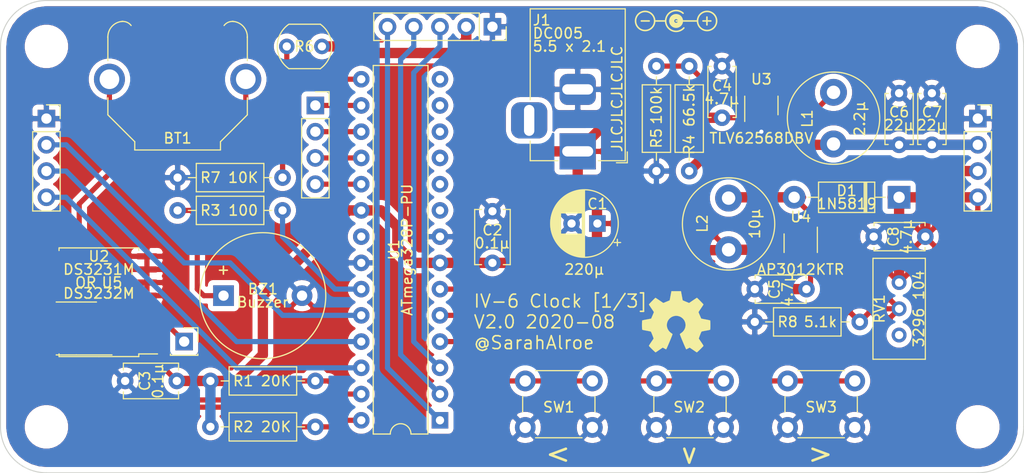
<source format=kicad_pcb>
(kicad_pcb (version 20171130) (host pcbnew 5.1.6)
  (layers (0 F.Cu signal) (31 B.Cu signal) (36 B.SilkS user) (37 F.SilkS user) (38 B.Mask user hide) (39 F.Mask user hide) (44 Edge.Cuts user))
  (net 0 "")
  (net 1 GND)
  (net 2 +5V)
  (net 3 +1V0)
  (net 4 +12V)
  (net 5 "Net-(D1-Pad2)")
  (net 6 TXD)
  (net 7 RXD)
  (net 8 RESET)
  (net 9 SRCLK)
  (net 10 RCLK)
  (net 11 DATA)
  (net 12 "Net-(L1-Pad1)")
  (net 13 SDA)
  (net 14 SCL)
  (net 15 BUZ)
  (net 16 "Net-(R4-Pad2)")
  (net 17 LDR)
  (net 18 "Net-(R8-Pad1)")
  (net 19 "Net-(RV1-Pad3)")
  (net 20 "Net-(SW1-Pad1)")
  (net 21 "Net-(SW2-Pad1)")
  (net 22 "Net-(SW3-Pad1)")
  (net 23 "Net-(U1-Pad21)")
  (net 24 "Net-(U1-Pad9)")
  (net 25 "Net-(U1-Pad10)")
  (net 26 "Net-(U1-Pad11)")
  (net 27 "Net-(U1-Pad12)")
  (net 28 "Net-(U1-Pad13)")
  (net 29 "Net-(U1-Pad14)")
  (net 30 "Net-(U2-Pad1)")
  (net 31 "Net-(U2-Pad4)")
  (net 32 "Net-(BZ1-Pad1)")
  (net 33 VBAT)
  (net 34 "Net-(U5-Pad1)")
  (net 35 "Net-(U5-Pad4)")
  (net 36 "Net-(J5-Pad1)")
  (net 37 "Net-(J5-Pad2)")
  (net 38 "Net-(J5-Pad3)")
  (net 39 "Net-(J5-Pad4)")
  (net 40 INTSQW)
  (module Battery:BatteryHolder_Keystone_3001_1x12mm (layer F.Cu) (at 17.145 7.62 180)
    (fp_text reference BT1 (at 0 -5.715) (layer F.SilkS))
    (fp_text value Battery_Cell)
    (pad 1 thru_hole circle (at -6.6 0 180) (size 3 3) (drill 1.9) (layers *.Cu *.Mask) (net 33 VBAT))
    (pad 1 thru_hole circle (at 6.6 0 180) (size 3 3) (drill 1.9) (layers *.Cu *.Mask) (net 33 VBAT))
    (pad 2 smd circle (at 0 0 180) (size 9 9) (layers F.Cu F.Mask) (net 1 GND))
  )
  (module Symbol:OSHW-Symbol_6.7x6mm_SilkScreen (layer F.Cu) (at 65.405 31.115)
    (fp_text reference REF** hide)
    (fp_text value OSHW-Symbol_6.7x6mm_SilkScreen hide)
  )
  (module Potentiometer_THT:Potentiometer_Bourns_3296W_Vertical (layer F.Cu) (at 86.995 27.305 90)
    (fp_text reference RV1 (at -2.54 -1.905 90) (layer F.SilkS))
    (fp_text value "3296 104" (at -2.54 1.905 90) (layer F.SilkS))
    (pad 1 thru_hole circle (at 0 0 90) (size 1.44 1.44) (drill 0.8) (layers *.Cu *.Mask) (net 4 +12V))
    (pad 2 thru_hole circle (at -2.54 0 90) (size 1.44 1.44) (drill 0.8) (layers *.Cu *.Mask) (net 18 "Net-(R8-Pad1)"))
    (pad 3 thru_hole circle (at -5.08 0 90) (size 1.44 1.44) (drill 0.8) (layers *.Cu *.Mask) (net 19 "Net-(RV1-Pad3)"))
  )
  (module Resistor_THT:R_Axial_DIN0207_L6.3mm_D2.5mm_P10.16mm_Horizontal (layer F.Cu) (at 66.675 16.51 90)
    (fp_text reference R4 (at 2.54 0 270) (layer F.SilkS))
    (fp_text value 66.5k (at 6.35 0 90) (layer F.SilkS))
    (pad 1 thru_hole circle (at 0 0 90) (size 1.6 1.6) (drill 0.8) (layers *.Cu *.Mask) (net 3 +1V0))
    (pad 2 thru_hole oval (at 10.16 0 90) (size 1.6 1.6) (drill 0.8) (layers *.Cu *.Mask) (net 16 "Net-(R4-Pad2)"))
  )
  (module Resistor_THT:R_Axial_DIN0207_L6.3mm_D2.5mm_P10.16mm_Horizontal (layer F.Cu) (at 63.5 6.35 270)
    (fp_text reference R5 (at 6.985 0 270) (layer F.SilkS))
    (fp_text value 100k (at 3.81 0 270) (layer F.SilkS))
    (pad 2 thru_hole oval (at 10.16 0 270) (size 1.6 1.6) (drill 0.8) (layers *.Cu *.Mask) (net 1 GND))
    (pad 1 thru_hole circle (at 0 0 270) (size 1.6 1.6) (drill 0.8) (layers *.Cu *.Mask) (net 16 "Net-(R4-Pad2)"))
  )
  (module Inductor_THT:L_Radial_D8.7mm_P5.00mm_Fastron_07HCP (layer F.Cu) (at 70.485 24.13 90)
    (fp_text reference L2 (at 2.54 -2.54 90) (layer F.SilkS))
    (fp_text value 10µ (at 2.54 2.54 90) (layer F.SilkS))
    (pad 1 thru_hole circle (at 0 0 90) (size 2.6 2.6) (drill 1.3) (layers *.Cu *.Mask) (net 2 +5V))
    (pad 2 thru_hole circle (at 5 0 90) (size 2.6 2.6) (drill 1.3) (layers *.Cu *.Mask) (net 5 "Net-(D1-Pad2)"))
  )
  (module Inductor_THT:L_Radial_D8.7mm_P5.00mm_Fastron_07HCP (layer F.Cu) (at 80.645 8.89 270)
    (fp_text reference L1 (at 2.54 2.54 270) (layer F.SilkS))
    (fp_text value 2.2µ (at 2.54 -2.54 90) (layer F.SilkS))
    (pad 2 thru_hole circle (at 5 0 270) (size 2.6 2.6) (drill 1.3) (layers *.Cu *.Mask) (net 3 +1V0))
    (pad 1 thru_hole circle (at 0 0 270) (size 2.6 2.6) (drill 1.3) (layers *.Cu *.Mask) (net 12 "Net-(L1-Pad1)"))
  )
  (module Symbol:Symbol_Barrel_Polarity (layer F.Cu) (at 65.405 1.905)
    (fp_text reference REF** hide)
    (fp_text value Symbol_Barrel_Polarity)
  )
  (module Buzzer_Beeper:Buzzer_12x9.5RM7.6 (layer F.Cu) (at 21.59 28.575)
    (fp_text reference BZ1 (at 3.81 -0.635) (layer F.SilkS))
    (fp_text value Buzzer (at 3.8 0.635) (layer F.SilkS))
    (fp_text user + (at -0.01 -2.54) (layer F.SilkS))
    (pad 1 thru_hole rect (at 0 0) (size 2 2) (drill 1) (layers *.Cu *.Mask) (net 32 "Net-(BZ1-Pad1)"))
    (pad 2 thru_hole circle (at 7.6 0) (size 2 2) (drill 1) (layers *.Cu *.Mask) (net 1 GND))
  )
  (module Capacitor_THT:C_Disc_D5.1mm_W3.2mm_P5.00mm (layer F.Cu) (at 47.625 25.4 90)
    (fp_text reference C2 (at 3.175 0 180) (layer F.SilkS))
    (fp_text value 0.1µ (at 1.905 0 180) (layer F.SilkS))
    (pad 2 thru_hole circle (at 5 0 90) (size 1.6 1.6) (drill 0.8) (layers *.Cu *.Mask) (net 1 GND))
    (pad 1 thru_hole circle (at 0 0 90) (size 1.6 1.6) (drill 0.8) (layers *.Cu *.Mask) (net 2 +5V))
  )
  (module Capacitor_THT:C_Disc_D4.7mm_W2.5mm_P5.00mm (layer F.Cu) (at 69.85 11.35 90)
    (fp_text reference C4 (at 3.095 0) (layer F.SilkS))
    (fp_text value 4.7µ (at 1.825 0 180) (layer F.SilkS))
    (pad 1 thru_hole circle (at 0 0 90) (size 1.6 1.6) (drill 0.8) (layers *.Cu *.Mask) (net 2 +5V))
    (pad 2 thru_hole circle (at 5 0 90) (size 1.6 1.6) (drill 0.8) (layers *.Cu *.Mask) (net 1 GND))
  )
  (module Capacitor_THT:C_Disc_D4.7mm_W2.5mm_P5.00mm (layer F.Cu) (at 73.025 27.94)
    (fp_text reference C5 (at 1.905 0 90) (layer F.SilkS))
    (fp_text value 4.7µ (at 3.175 0 90) (layer F.SilkS))
    (pad 2 thru_hole circle (at 5 0) (size 1.6 1.6) (drill 0.8) (layers *.Cu *.Mask) (net 2 +5V))
    (pad 1 thru_hole circle (at 0 0) (size 1.6 1.6) (drill 0.8) (layers *.Cu *.Mask) (net 1 GND))
  )
  (module Capacitor_THT:C_Disc_D4.7mm_W2.5mm_P5.00mm (layer F.Cu) (at 86.995 13.97 90)
    (fp_text reference C6 (at 3.175 0) (layer F.SilkS))
    (fp_text value 22µ (at 1.905 0 180) (layer F.SilkS))
    (pad 1 thru_hole circle (at 0 0 90) (size 1.6 1.6) (drill 0.8) (layers *.Cu *.Mask) (net 3 +1V0))
    (pad 2 thru_hole circle (at 5 0 90) (size 1.6 1.6) (drill 0.8) (layers *.Cu *.Mask) (net 1 GND))
  )
  (module Capacitor_THT:C_Disc_D4.7mm_W2.5mm_P5.00mm (layer F.Cu) (at 89.535 22.86 180)
    (fp_text reference C8 (at 3.095 0 90) (layer F.SilkS))
    (fp_text value 4.7µ (at 1.825 0 270) (layer F.SilkS))
    (pad 1 thru_hole circle (at 0 0 180) (size 1.6 1.6) (drill 0.8) (layers *.Cu *.Mask) (net 4 +12V))
    (pad 2 thru_hole circle (at 5 0 180) (size 1.6 1.6) (drill 0.8) (layers *.Cu *.Mask) (net 1 GND))
  )
  (module Capacitor_THT:C_Disc_D5.1mm_W3.2mm_P5.00mm (layer F.Cu) (at 12.065 36.83)
    (fp_text reference C3 (at 1.905 0 90) (layer F.SilkS))
    (fp_text value 0.1µ (at 3.175 0 90) (layer F.SilkS))
    (pad 1 thru_hole circle (at 0 0) (size 1.6 1.6) (drill 0.8) (layers *.Cu *.Mask) (net 1 GND))
    (pad 2 thru_hole circle (at 5 0) (size 1.6 1.6) (drill 0.8) (layers *.Cu *.Mask) (net 2 +5V))
  )
  (module Capacitor_THT:CP_Radial_D6.3mm_P2.50mm (layer F.Cu) (at 57.785 21.59 180)
    (fp_text reference C1 (at 0 1.905) (layer F.SilkS))
    (fp_text value 220µ (at 1.25 -4.445) (layer F.SilkS))
    (pad 1 thru_hole rect (at 0 0 180) (size 1.6 1.6) (drill 0.8) (layers *.Cu *.Mask) (net 2 +5V))
    (pad 2 thru_hole circle (at 2.5 0 180) (size 1.6 1.6) (drill 0.8) (layers *.Cu *.Mask) (net 1 GND))
  )
  (module Capacitor_THT:C_Disc_D4.7mm_W2.5mm_P5.00mm (layer F.Cu) (at 90.17 13.97 90)
    (fp_text reference C7 (at 3.175 0) (layer F.SilkS))
    (fp_text value 22µ (at 1.905 0) (layer F.SilkS))
    (pad 2 thru_hole circle (at 5 0 90) (size 1.6 1.6) (drill 0.8) (layers *.Cu *.Mask) (net 1 GND))
    (pad 1 thru_hole circle (at 0 0 90) (size 1.6 1.6) (drill 0.8) (layers *.Cu *.Mask) (net 3 +1V0))
  )
  (module Diode_THT:D_DO-41_SOD81_P10.16mm_Horizontal (layer F.Cu) (at 86.995 19.05 180)
    (fp_text reference D1 (at 5.08 0.635) (layer F.SilkS))
    (fp_text value 1N5819 (at 5.08 -0.635) (layer F.SilkS))
    (pad 2 thru_hole oval (at 10.16 0 180) (size 2.2 2.2) (drill 1.1) (layers *.Cu *.Mask) (net 5 "Net-(D1-Pad2)"))
    (pad 1 thru_hole rect (at 0 0 180) (size 2.2 2.2) (drill 1.1) (layers *.Cu *.Mask) (net 4 +12V))
  )
  (module Connector_BarrelJack:BarrelJack_Horizontal (layer F.Cu) (at 55.88 14.605 270)
    (fp_text reference J1 (at -12.7 4.445 180) (layer F.SilkS) (effects (justify left)))
    (fp_text value DC005 (at -11.43 4.445 180) (layer F.SilkS) (effects (justify left)))
    (pad 1 thru_hole rect (at 0 0 270) (size 3.5 3.5) (drill oval 1 3) (layers *.Cu *.Mask) (net 2 +5V))
    (pad 2 thru_hole roundrect (at -6 0 270) (size 3 3.5) (drill oval 1 3) (layers *.Cu *.Mask) (net 1 GND))
    (pad 3 thru_hole roundrect (at -3 4.7 270) (size 3.5 3.5) (drill oval 3 1) (layers *.Cu *.Mask))
  )
  (module Connector_PinSocket_2.54mm:PinSocket_1x05_P2.54mm_Vertical (layer F.Cu) (at 47.625 2.54 270)
    (fp_text reference J2 hide)
    (fp_text value Debug)
    (pad 1 thru_hole rect (at 0 0 270) (size 1.7 1.7) (drill 1) (layers *.Cu *.Mask) (net 1 GND))
    (pad 2 thru_hole oval (at 0 2.54 270) (size 1.7 1.7) (drill 1) (layers *.Cu *.Mask) (net 2 +5V))
    (pad 3 thru_hole oval (at 0 5.08 270) (size 1.7 1.7) (drill 1) (layers *.Cu *.Mask) (net 6 TXD))
    (pad 4 thru_hole oval (at 0 7.62 270) (size 1.7 1.7) (drill 1) (layers *.Cu *.Mask) (net 7 RXD))
    (pad 5 thru_hole oval (at 0 10.16 270) (size 1.7 1.7) (drill 1) (layers *.Cu *.Mask) (net 8 RESET))
  )
  (module Connector_PinSocket_2.54mm:PinSocket_1x04_P2.54mm_Vertical (layer F.Cu) (at 4.445 11.43)
    (fp_text reference J3 hide)
    (fp_text value Conn_01x04)
    (pad 1 thru_hole rect (at 0 0) (size 1.7 1.7) (drill 1) (layers *.Cu *.Mask) (net 1 GND))
    (pad 2 thru_hole oval (at 0 2.54) (size 1.7 1.7) (drill 1) (layers *.Cu *.Mask) (net 9 SRCLK))
    (pad 3 thru_hole oval (at 0 5.08) (size 1.7 1.7) (drill 1) (layers *.Cu *.Mask) (net 10 RCLK))
    (pad 4 thru_hole oval (at 0 7.62) (size 1.7 1.7) (drill 1) (layers *.Cu *.Mask) (net 11 DATA))
  )
  (module Connector_PinSocket_2.54mm:PinSocket_1x04_P2.54mm_Vertical (layer F.Cu) (at 94.615 11.43)
    (fp_text reference J4 hide)
    (fp_text value Conn_01x04)
    (pad 4 thru_hole oval (at 0 7.62) (size 1.7 1.7) (drill 1) (layers *.Cu *.Mask) (net 4 +12V))
    (pad 3 thru_hole oval (at 0 5.08) (size 1.7 1.7) (drill 1) (layers *.Cu *.Mask) (net 2 +5V))
    (pad 2 thru_hole oval (at 0 2.54) (size 1.7 1.7) (drill 1) (layers *.Cu *.Mask) (net 3 +1V0))
    (pad 1 thru_hole rect (at 0 0) (size 1.7 1.7) (drill 1) (layers *.Cu *.Mask) (net 1 GND))
  )
  (module Resistor_THT:R_Axial_DIN0207_L6.3mm_D2.5mm_P10.16mm_Horizontal (layer F.Cu) (at 20.32 36.83)
    (fp_text reference R1 (at 3.175 0) (layer F.SilkS))
    (fp_text value 20K (at 6.35 0) (layer F.SilkS))
    (pad 2 thru_hole oval (at 10.16 0) (size 1.6 1.6) (drill 0.8) (layers *.Cu *.Mask) (net 13 SDA))
    (pad 1 thru_hole circle (at 0 0) (size 1.6 1.6) (drill 0.8) (layers *.Cu *.Mask) (net 2 +5V))
  )
  (module Resistor_THT:R_Axial_DIN0207_L6.3mm_D2.5mm_P10.16mm_Horizontal (layer F.Cu) (at 20.32 41.275)
    (fp_text reference R2 (at 3.175 0) (layer F.SilkS))
    (fp_text value 20K (at 6.35 0) (layer F.SilkS))
    (pad 1 thru_hole circle (at 0 0) (size 1.6 1.6) (drill 0.8) (layers *.Cu *.Mask) (net 2 +5V))
    (pad 2 thru_hole oval (at 10.16 0) (size 1.6 1.6) (drill 0.8) (layers *.Cu *.Mask) (net 14 SCL))
  )
  (module Resistor_THT:R_Axial_DIN0207_L6.3mm_D2.5mm_P10.16mm_Horizontal (layer F.Cu) (at 17.145 20.32)
    (fp_text reference R3 (at 3.175 0) (layer F.SilkS))
    (fp_text value 100 (at 6.35 0) (layer F.SilkS))
    (pad 2 thru_hole oval (at 10.16 0) (size 1.6 1.6) (drill 0.8) (layers *.Cu *.Mask) (net 15 BUZ))
    (pad 1 thru_hole circle (at 0 0) (size 1.6 1.6) (drill 0.8) (layers *.Cu *.Mask) (net 32 "Net-(BZ1-Pad1)"))
  )
  (module OptoDevice:R_LDR_5.1x4.3mm_P3.4mm_Vertical (layer F.Cu) (at 31.115 4.445 180)
    (fp_text reference R6 (at 1.7 0) (layer F.SilkS))
    (fp_text value R_PHOTO)
    (pad 1 thru_hole circle (at 0 0 180) (size 1.5 1.5) (drill 0.8) (layers *.Cu *.Mask) (net 2 +5V))
    (pad 2 thru_hole circle (at 3.4 0 180) (size 1.5 1.5) (drill 0.8) (layers *.Cu *.Mask) (net 17 LDR))
  )
  (module Resistor_THT:R_Axial_DIN0207_L6.3mm_D2.5mm_P10.16mm_Horizontal (layer F.Cu) (at 27.305 17.145 180)
    (fp_text reference R7 (at 6.985 0) (layer F.SilkS))
    (fp_text value 10K (at 3.81 0) (layer F.SilkS))
    (pad 1 thru_hole circle (at 0 0 180) (size 1.6 1.6) (drill 0.8) (layers *.Cu *.Mask) (net 17 LDR))
    (pad 2 thru_hole oval (at 10.16 0 180) (size 1.6 1.6) (drill 0.8) (layers *.Cu *.Mask) (net 1 GND))
  )
  (module Resistor_THT:R_Axial_DIN0207_L6.3mm_D2.5mm_P10.16mm_Horizontal (layer F.Cu) (at 83.185 31.115 180)
    (fp_text reference R8 (at 6.985 0) (layer F.SilkS))
    (fp_text value 5.1k (at 3.81 0) (layer F.SilkS))
    (pad 2 thru_hole oval (at 10.16 0 180) (size 1.6 1.6) (drill 0.8) (layers *.Cu *.Mask) (net 1 GND))
    (pad 1 thru_hole circle (at 0 0 180) (size 1.6 1.6) (drill 0.8) (layers *.Cu *.Mask) (net 18 "Net-(R8-Pad1)"))
  )
  (module Button_Switch_THT:SW_PUSH_6mm_H4.3mm (layer F.Cu) (at 50.8 36.83)
    (fp_text reference SW1 (at 3.25 2.54) (layer F.SilkS))
    (fp_text value < (at 3.175 6.985) (layer F.SilkS) (effects (font (size 2 2) (thickness 0.25))))
    (pad 2 thru_hole circle (at 0 4.5 90) (size 2 2) (drill 1.1) (layers *.Cu *.Mask) (net 1 GND))
    (pad 1 thru_hole circle (at 0 0 90) (size 2 2) (drill 1.1) (layers *.Cu *.Mask) (net 20 "Net-(SW1-Pad1)"))
    (pad 2 thru_hole circle (at 6.5 4.5 90) (size 2 2) (drill 1.1) (layers *.Cu *.Mask) (net 1 GND))
    (pad 1 thru_hole circle (at 6.5 0 90) (size 2 2) (drill 1.1) (layers *.Cu *.Mask) (net 20 "Net-(SW1-Pad1)"))
  )
  (module Button_Switch_THT:SW_PUSH_6mm_H4.3mm (layer F.Cu) (at 63.5 36.83)
    (fp_text reference SW2 (at 3.175 2.54) (layer F.SilkS))
    (fp_text value v (at 3.175 6.985) (layer F.SilkS) (effects (font (size 2 2) (thickness 0.25))))
    (pad 2 thru_hole circle (at 0 4.5 90) (size 2 2) (drill 1.1) (layers *.Cu *.Mask) (net 1 GND))
    (pad 1 thru_hole circle (at 0 0 90) (size 2 2) (drill 1.1) (layers *.Cu *.Mask) (net 21 "Net-(SW2-Pad1)"))
    (pad 2 thru_hole circle (at 6.5 4.5 90) (size 2 2) (drill 1.1) (layers *.Cu *.Mask) (net 1 GND))
    (pad 1 thru_hole circle (at 6.5 0 90) (size 2 2) (drill 1.1) (layers *.Cu *.Mask) (net 21 "Net-(SW2-Pad1)"))
  )
  (module Button_Switch_THT:SW_PUSH_6mm_H4.3mm (layer F.Cu) (at 76.2 36.83)
    (fp_text reference SW3 (at 3.25 2.54) (layer F.SilkS))
    (fp_text value > (at 3.175 6.985) (layer F.SilkS) (effects (font (size 2 2) (thickness 0.25))))
    (pad 1 thru_hole circle (at 6.5 0 90) (size 2 2) (drill 1.1) (layers *.Cu *.Mask) (net 22 "Net-(SW3-Pad1)"))
    (pad 2 thru_hole circle (at 6.5 4.5 90) (size 2 2) (drill 1.1) (layers *.Cu *.Mask) (net 1 GND))
    (pad 1 thru_hole circle (at 0 0 90) (size 2 2) (drill 1.1) (layers *.Cu *.Mask) (net 22 "Net-(SW3-Pad1)"))
    (pad 2 thru_hole circle (at 0 4.5 90) (size 2 2) (drill 1.1) (layers *.Cu *.Mask) (net 1 GND))
  )
  (module Package_DIP:DIP-28_W7.62mm (layer F.Cu) (at 42.545 40.64 180)
    (fp_text reference U1 (at 4.445 16.51 90) (layer F.SilkS))
    (fp_text value ATmega328P-PU (at 3.175 16.51 90) (layer F.SilkS))
    (pad 1 thru_hole rect (at 0 0 180) (size 1.6 1.6) (drill 0.8) (layers *.Cu *.Mask) (net 8 RESET))
    (pad 15 thru_hole oval (at 7.62 33.02 180) (size 1.6 1.6) (drill 0.8) (layers *.Cu *.Mask) (net 17 LDR))
    (pad 2 thru_hole oval (at 0 2.54 180) (size 1.6 1.6) (drill 0.8) (layers *.Cu *.Mask) (net 7 RXD))
    (pad 16 thru_hole oval (at 7.62 30.48 180) (size 1.6 1.6) (drill 0.8) (layers *.Cu *.Mask) (net 36 "Net-(J5-Pad1)"))
    (pad 3 thru_hole oval (at 0 5.08 180) (size 1.6 1.6) (drill 0.8) (layers *.Cu *.Mask) (net 6 TXD))
    (pad 17 thru_hole oval (at 7.62 27.94 180) (size 1.6 1.6) (drill 0.8) (layers *.Cu *.Mask) (net 37 "Net-(J5-Pad2)"))
    (pad 4 thru_hole oval (at 0 7.62 180) (size 1.6 1.6) (drill 0.8) (layers *.Cu *.Mask) (net 20 "Net-(SW1-Pad1)"))
    (pad 18 thru_hole oval (at 7.62 25.4 180) (size 1.6 1.6) (drill 0.8) (layers *.Cu *.Mask) (net 38 "Net-(J5-Pad3)"))
    (pad 5 thru_hole oval (at 0 10.16 180) (size 1.6 1.6) (drill 0.8) (layers *.Cu *.Mask) (net 21 "Net-(SW2-Pad1)"))
    (pad 19 thru_hole oval (at 7.62 22.86 180) (size 1.6 1.6) (drill 0.8) (layers *.Cu *.Mask) (net 39 "Net-(J5-Pad4)"))
    (pad 6 thru_hole oval (at 0 12.7 180) (size 1.6 1.6) (drill 0.8) (layers *.Cu *.Mask) (net 22 "Net-(SW3-Pad1)"))
    (pad 20 thru_hole oval (at 7.62 20.32 180) (size 1.6 1.6) (drill 0.8) (layers *.Cu *.Mask) (net 2 +5V))
    (pad 7 thru_hole oval (at 0 15.24 180) (size 1.6 1.6) (drill 0.8) (layers *.Cu *.Mask) (net 2 +5V))
    (pad 21 thru_hole oval (at 7.62 17.78 180) (size 1.6 1.6) (drill 0.8) (layers *.Cu *.Mask) (net 23 "Net-(U1-Pad21)"))
    (pad 8 thru_hole oval (at 0 17.78 180) (size 1.6 1.6) (drill 0.8) (layers *.Cu *.Mask) (net 1 GND))
    (pad 22 thru_hole oval (at 7.62 15.24 180) (size 1.6 1.6) (drill 0.8) (layers *.Cu *.Mask) (net 1 GND))
    (pad 9 thru_hole oval (at 0 20.32 180) (size 1.6 1.6) (drill 0.8) (layers *.Cu *.Mask) (net 24 "Net-(U1-Pad9)"))
    (pad 23 thru_hole oval (at 7.62 12.7 180) (size 1.6 1.6) (drill 0.8) (layers *.Cu *.Mask) (net 15 BUZ))
    (pad 10 thru_hole oval (at 0 22.86 180) (size 1.6 1.6) (drill 0.8) (layers *.Cu *.Mask) (net 25 "Net-(U1-Pad10)"))
    (pad 24 thru_hole oval (at 7.62 10.16 180) (size 1.6 1.6) (drill 0.8) (layers *.Cu *.Mask) (net 9 SRCLK))
    (pad 11 thru_hole oval (at 0 25.4 180) (size 1.6 1.6) (drill 0.8) (layers *.Cu *.Mask) (net 26 "Net-(U1-Pad11)"))
    (pad 25 thru_hole oval (at 7.62 7.62 180) (size 1.6 1.6) (drill 0.8) (layers *.Cu *.Mask) (net 10 RCLK))
    (pad 12 thru_hole oval (at 0 27.94 180) (size 1.6 1.6) (drill 0.8) (layers *.Cu *.Mask) (net 27 "Net-(U1-Pad12)"))
    (pad 26 thru_hole oval (at 7.62 5.08 180) (size 1.6 1.6) (drill 0.8) (layers *.Cu *.Mask) (net 11 DATA))
    (pad 13 thru_hole oval (at 0 30.48 180) (size 1.6 1.6) (drill 0.8) (layers *.Cu *.Mask) (net 28 "Net-(U1-Pad13)"))
    (pad 27 thru_hole oval (at 7.62 2.54 180) (size 1.6 1.6) (drill 0.8) (layers *.Cu *.Mask) (net 13 SDA))
    (pad 14 thru_hole oval (at 0 33.02 180) (size 1.6 1.6) (drill 0.8) (layers *.Cu *.Mask) (net 29 "Net-(U1-Pad14)"))
    (pad 28 thru_hole oval (at 7.62 0 180) (size 1.6 1.6) (drill 0.8) (layers *.Cu *.Mask) (net 14 SCL))
  )
  (module Package_SO:SOIC-16W_7.5x10.3mm_P1.27mm (layer F.Cu) (at 9.525 29.21 180)
    (fp_text reference U2 (at 0 4.445) (layer F.SilkS))
    (fp_text value DS3231M (at 0 3.175) (layer F.SilkS))
    (pad 1 smd roundrect (at -4.65 -4.445 180) (size 2.05 0.6) (layers F.Cu F.Paste F.Mask) (net 30 "Net-(U2-Pad1)"))
    (pad 2 smd roundrect (at -4.65 -3.175 180) (size 2.05 0.6) (layers F.Cu F.Paste F.Mask) (net 2 +5V))
    (pad 3 smd roundrect (at -4.65 -1.905 180) (size 2.05 0.6) (layers F.Cu F.Paste F.Mask) (net 40 INTSQW))
    (pad 4 smd roundrect (at -4.65 -0.635 180) (size 2.05 0.6) (layers F.Cu F.Paste F.Mask) (net 31 "Net-(U2-Pad4)"))
    (pad 5 smd roundrect (at -4.65 0.635 180) (size 2.05 0.6) (layers F.Cu F.Paste F.Mask) (net 1 GND))
    (pad 6 smd roundrect (at -4.65 1.905 180) (size 2.05 0.6) (layers F.Cu F.Paste F.Mask) (net 1 GND))
    (pad 7 smd roundrect (at -4.65 3.175 180) (size 2.05 0.6) (layers F.Cu F.Paste F.Mask) (net 1 GND))
    (pad 8 smd roundrect (at -4.65 4.445 180) (size 2.05 0.6) (layers F.Cu F.Paste F.Mask) (net 1 GND))
    (pad 9 smd roundrect (at 4.65 4.445 180) (size 2.05 0.6) (layers F.Cu F.Paste F.Mask) (net 1 GND))
    (pad 10 smd roundrect (at 4.65 3.175 180) (size 2.05 0.6) (layers F.Cu F.Paste F.Mask) (net 1 GND))
    (pad 11 smd roundrect (at 4.65 1.905 180) (size 2.05 0.6) (layers F.Cu F.Paste F.Mask) (net 1 GND))
    (pad 12 smd roundrect (at 4.65 0.635 180) (size 2.05 0.6) (layers F.Cu F.Paste F.Mask) (net 1 GND))
    (pad 13 smd roundrect (at 4.65 -0.635 180) (size 2.05 0.6) (layers F.Cu F.Paste F.Mask) (net 1 GND))
    (pad 14 smd roundrect (at 4.65 -1.905 180) (size 2.05 0.6) (layers F.Cu F.Paste F.Mask) (net 33 VBAT))
    (pad 15 smd roundrect (at 4.65 -3.175 180) (size 2.05 0.6) (layers F.Cu F.Paste F.Mask) (net 13 SDA))
    (pad 16 smd roundrect (at 4.65 -4.445 180) (size 2.05 0.6) (layers F.Cu F.Paste F.Mask) (net 14 SCL))
  )
  (module Package_TO_SOT_SMD:SOT-23-5 (layer F.Cu) (at 73.66 10.16 90)
    (fp_text reference U3 (at 2.54 0 180) (layer F.SilkS))
    (fp_text value TLV62568DBV (at -3.175 0 180) (layer F.SilkS))
    (pad 5 smd rect (at 1.1 -0.95 90) (size 1.06 0.65) (layers F.Cu F.Paste F.Mask) (net 16 "Net-(R4-Pad2)"))
    (pad 4 smd rect (at 1.1 0.95 90) (size 1.06 0.65) (layers F.Cu F.Paste F.Mask) (net 2 +5V))
    (pad 3 smd rect (at -1.1 0.95 90) (size 1.06 0.65) (layers F.Cu F.Paste F.Mask) (net 12 "Net-(L1-Pad1)"))
    (pad 2 smd rect (at -1.1 0 90) (size 1.06 0.65) (layers F.Cu F.Paste F.Mask) (net 1 GND))
    (pad 1 smd rect (at -1.1 -0.95 90) (size 1.06 0.65) (layers F.Cu F.Paste F.Mask) (net 2 +5V))
  )
  (module Package_TO_SOT_SMD:SOT-23-5 (layer F.Cu) (at 77.47 23.495 270)
    (fp_text reference U4 (at -2.54 0) (layer F.SilkS))
    (fp_text value AP3012KTR (at 2.54 0 180) (layer F.SilkS))
    (pad 1 smd rect (at -1.1 -0.95 270) (size 1.06 0.65) (layers F.Cu F.Paste F.Mask) (net 5 "Net-(D1-Pad2)"))
    (pad 2 smd rect (at -1.1 0 270) (size 1.06 0.65) (layers F.Cu F.Paste F.Mask) (net 1 GND))
    (pad 3 smd rect (at -1.1 0.95 270) (size 1.06 0.65) (layers F.Cu F.Paste F.Mask) (net 18 "Net-(R8-Pad1)"))
    (pad 4 smd rect (at 1.1 0.95 270) (size 1.06 0.65) (layers F.Cu F.Paste F.Mask) (net 2 +5V))
    (pad 5 smd rect (at 1.1 -0.95 270) (size 1.06 0.65) (layers F.Cu F.Paste F.Mask) (net 2 +5V))
  )
  (module MountingHole:MountingHole_3.2mm_M3 (layer F.Cu) (at 4.445 4.445)
    (fp_text reference H1 hide)
    (fp_text value MountingHole)
    (pad 1 np_thru_hole circle (at 0 0) (size 3.2 3.2) (drill 3.2) (layers *.Cu *.Mask))
  )
  (module MountingHole:MountingHole_3.2mm_M3 (layer F.Cu) (at 4.445 41.275)
    (fp_text reference H2 hide)
    (fp_text value MountingHole)
    (pad 1 np_thru_hole circle (at 0 0) (size 3.2 3.2) (drill 3.2) (layers *.Cu *.Mask))
  )
  (module MountingHole:MountingHole_3.2mm_M3 (layer F.Cu) (at 94.615 4.445)
    (fp_text reference H3 hide)
    (fp_text value MountingHole)
    (pad 1 np_thru_hole circle (at 0 0) (size 3.2 3.2) (drill 3.2) (layers *.Cu *.Mask))
  )
  (module MountingHole:MountingHole_3.2mm_M3 (layer F.Cu) (at 94.615 41.275)
    (fp_text reference H4 hide)
    (fp_text value MountingHole)
    (pad 1 np_thru_hole circle (at 0 0) (size 3.2 3.2) (drill 3.2) (layers *.Cu *.Mask))
  )
  (module Package_SO:SOIC-8_3.9x4.9mm_P1.27mm (layer F.Cu) (at 7.3406 31.75 180)
    (fp_text reference U5 (at -3.4544 4.445) (layer F.SilkS))
    (fp_text value DS3232M (at -2.1844 3.4) (layer F.SilkS))
    (pad 1 smd roundrect (at -2.475 -1.905 180) (size 1.95 0.6) (layers F.Cu F.Paste F.Mask) (net 34 "Net-(U5-Pad1)"))
    (pad 2 smd roundrect (at -2.475 -0.635 180) (size 1.95 0.6) (layers F.Cu F.Paste F.Mask) (net 2 +5V))
    (pad 3 smd roundrect (at -2.475 0.635 180) (size 1.95 0.6) (layers F.Cu F.Paste F.Mask) (net 40 INTSQW))
    (pad 4 smd roundrect (at -2.475 1.905 180) (size 1.95 0.6) (layers F.Cu F.Paste F.Mask) (net 35 "Net-(U5-Pad4)"))
    (pad 5 smd roundrect (at 2.475 1.905 180) (size 1.95 0.6) (layers F.Cu F.Paste F.Mask) (net 1 GND))
    (pad 6 smd roundrect (at 2.475 0.635 180) (size 1.95 0.6) (layers F.Cu F.Paste F.Mask) (net 33 VBAT))
    (pad 7 smd roundrect (at 2.475 -0.635 180) (size 1.95 0.6) (layers F.Cu F.Paste F.Mask) (net 13 SDA))
    (pad 8 smd roundrect (at 2.475 -1.905 180) (size 1.95 0.6) (layers F.Cu F.Paste F.Mask) (net 14 SCL))
  )
  (module Connector_PinSocket_2.54mm:PinSocket_1x04_P2.54mm_Vertical (layer F.Cu) (at 30.48 10.16)
    (fp_text reference J5 hide)
    (fp_text value Conn_01x04)
    (pad 1 thru_hole rect (at 0 0) (size 1.7 1.7) (drill 1) (layers *.Cu *.Mask) (net 36 "Net-(J5-Pad1)"))
    (pad 2 thru_hole oval (at 0 2.54) (size 1.7 1.7) (drill 1) (layers *.Cu *.Mask) (net 37 "Net-(J5-Pad2)"))
    (pad 3 thru_hole oval (at 0 5.08) (size 1.7 1.7) (drill 1) (layers *.Cu *.Mask) (net 38 "Net-(J5-Pad3)"))
    (pad 4 thru_hole oval (at 0 7.62) (size 1.7 1.7) (drill 1) (layers *.Cu *.Mask) (net 39 "Net-(J5-Pad4)"))
  )
  (module Connector_PinSocket_2.54mm:PinSocket_1x01_P2.54mm_Vertical (layer F.Cu) (at 17.78 33.02)
    (fp_text reference J6 hide)
    (fp_text value Conn_01x01)
    (pad 1 thru_hole rect (at 0 0) (size 1.7 1.7) (drill 1) (layers *.Cu *.Mask) (net 40 INTSQW))
  )
  (gr_text "5.5 x 2.1" (at 51.435 4.445) (layer F.SilkS) (effects (font (size 1 1)) (justify left)))
  (gr_text OR (at 8.255 27.305) (layer F.SilkS) (effects (font (size 1 1))))
  (gr_text + (at 68.3895 1.905) (layer F.SilkS) (effects (font (size 1 1))))
  (gr_text - (at 62.4205 1.905) (layer F.SilkS) (effects (font (size 1 1))))
  (gr_text JLCJLCJLCJLC (at 59.69 9.525 90) (layer F.SilkS) (effects (font (size 1 1))))
  (gr_text "IV-6 Clock [1/3]\nV2.0 2020-08\n@SarahAlroe" (at 45.72 31.115) (layer F.SilkS) (effects (font (size 1.25 1.25)) (justify left)))
  (gr_arc (start 4.445 41.275) (end 0 41.275) (angle -90) (layer Edge.Cuts) (width 0.1))
  (gr_arc (start 4.445 4.445) (end 4.445 0) (angle -90) (layer Edge.Cuts) (width 0.1))
  (gr_arc (start 94.615 4.445) (end 99.06 4.445) (angle -90) (layer Edge.Cuts) (width 0.1))
  (gr_arc (start 94.615 41.275) (end 94.615 45.72) (angle -90) (layer Edge.Cuts) (width 0.1))
  (gr_line (start 0 41.275) (end 0 4.445) (layer Edge.Cuts) (width 0.1))
  (gr_line (start 94.615 45.72) (end 4.445 45.72) (layer Edge.Cuts) (width 0.1))
  (gr_line (start 99.06 4.445) (end 99.06 41.275) (layer Edge.Cuts) (width 0.1))
  (gr_line (start 4.445 0) (end 94.615 0) (layer Edge.Cuts) (width 0.1))
  (segment (start 77.47 22.395) (end 77.47 21.59) (width 0.5) (layer F.Cu) (net 1))
  (segment (start 73.66 11.26) (end 73.66 12.065) (width 0.5) (layer F.Cu) (net 1))
  (segment (start 77.47 21.59) (end 77.47 20.955) (width 0.5) (layer F.Cu) (net 1))
  (segment (start 77.47 20.955) (end 77.47 20.955) (width 0.5) (layer F.Cu) (net 1))
  (via (at 77.47 20.955) (size 0.8) (drill 0.4) (layers F.Cu B.Cu) (net 1))
  (segment (start 73.66 11.26) (end 73.66 12.7) (width 0.5) (layer F.Cu) (net 1))
  (segment (start 73.66 12.7) (end 73.66 12.7) (width 0.5) (layer F.Cu) (net 1))
  (via (at 73.66 12.7) (size 0.8) (drill 0.4) (layers F.Cu B.Cu) (net 1))
  (segment (start 42.545 25.4) (end 40.005 25.4) (width 1) (layer F.Cu) (net 2))
  (segment (start 34.925 20.32) (end 36.83 20.32) (width 1) (layer F.Cu) (net 2))
  (segment (start 38.4175 21.9075) (end 38.4175 23.8125) (width 1) (layer F.Cu) (net 2))
  (segment (start 36.83 20.32) (end 38.4175 21.9075) (width 1) (layer F.Cu) (net 2))
  (segment (start 40.005 25.4) (end 38.4175 23.8125) (width 1) (layer F.Cu) (net 2))
  (segment (start 20.32 37.465) (end 20.32 41.275) (width 1) (layer B.Cu) (net 2))
  (segment (start 47.625 25.4) (end 56.515 25.4) (width 1) (layer F.Cu) (net 2))
  (segment (start 57.745 24.17) (end 57.745 21.59) (width 1) (layer F.Cu) (net 2))
  (segment (start 56.515 25.4) (end 57.745 24.17) (width 1) (layer F.Cu) (net 2))
  (segment (start 42.545 25.4) (end 47.625 25.4) (width 1) (layer F.Cu) (net 2))
  (segment (start 40.64 5.08) (end 41.91 5.08) (width 1) (layer F.Cu) (net 2))
  (segment (start 33.655 4.445) (end 31.75 4.445) (width 1) (layer F.Cu) (net 2))
  (segment (start 34.29 5.08) (end 33.655 4.445) (width 1) (layer F.Cu) (net 2))
  (segment (start 40.64 5.08) (end 34.29 5.08) (width 1) (layer F.Cu) (net 2))
  (segment (start 20.32 36.83) (end 17.065 36.83) (width 1) (layer F.Cu) (net 2))
  (segment (start 22.86 36.83) (end 20.32 36.83) (width 1) (layer F.Cu) (net 2))
  (segment (start 25.4 34.29) (end 22.86 36.83) (width 1) (layer F.Cu) (net 2))
  (segment (start 45.085 2.54) (end 45.085 5.08) (width 1) (layer F.Cu) (net 2))
  (segment (start 45.085 3.81) (end 43.815 5.08) (width 1) (layer F.Cu) (net 2))
  (segment (start 45.085 2.54) (end 45.085 3.81) (width 1) (layer F.Cu) (net 2))
  (segment (start 43.815 5.08) (end 45.085 5.08) (width 1) (layer F.Cu) (net 2))
  (segment (start 41.91 5.08) (end 43.815 5.08) (width 1) (layer F.Cu) (net 2))
  (segment (start 72.62 11.35) (end 72.71 11.26) (width 0.5) (layer F.Cu) (net 2))
  (segment (start 69.85 11.35) (end 72.62 11.35) (width 0.5) (layer F.Cu) (net 2))
  (segment (start 72.71 11.26) (end 72.71 10.475) (width 0.5) (layer F.Cu) (net 2))
  (segment (start 72.71 10.475) (end 73.025 10.16) (width 0.5) (layer F.Cu) (net 2))
  (segment (start 73.025 10.16) (end 74.295 10.16) (width 0.5) (layer F.Cu) (net 2))
  (segment (start 74.61 9.845) (end 74.295 10.16) (width 0.5) (layer F.Cu) (net 2))
  (segment (start 74.61 9.06) (end 74.61 9.845) (width 0.5) (layer F.Cu) (net 2))
  (segment (start 70.445 24.17) (end 70.485 24.13) (width 1) (layer F.Cu) (net 2))
  (segment (start 76.52 24.595) (end 78.42 24.595) (width 0.5) (layer F.Cu) (net 2))
  (segment (start 78.42 27.545) (end 78.025 27.94) (width 0.5) (layer F.Cu) (net 2))
  (segment (start 78.42 24.595) (end 78.42 27.545) (width 0.5) (layer F.Cu) (net 2))
  (segment (start 78.025 27.94) (end 76.2 27.94) (width 1) (layer F.Cu) (net 2))
  (segment (start 76.2 27.94) (end 72.39 24.13) (width 1) (layer F.Cu) (net 2))
  (segment (start 72.39 24.13) (end 70.485 24.13) (width 1) (layer F.Cu) (net 2))
  (segment (start 69.295 16.51) (end 61.635 24.17) (width 1) (layer F.Cu) (net 2))
  (segment (start 94.615 16.51) (end 69.295 16.51) (width 1) (layer F.Cu) (net 2))
  (segment (start 61.635 24.17) (end 70.445 24.17) (width 1) (layer F.Cu) (net 2))
  (segment (start 57.745 24.17) (end 61.635 24.17) (width 1) (layer F.Cu) (net 2))
  (segment (start 59.135 11.35) (end 55.88 14.605) (width 1) (layer F.Cu) (net 2))
  (segment (start 69.85 11.35) (end 59.135 11.35) (width 1) (layer F.Cu) (net 2))
  (segment (start 55.88 17.225) (end 57.745 19.09) (width 1) (layer F.Cu) (net 2))
  (segment (start 55.88 14.605) (end 55.88 17.225) (width 1) (layer F.Cu) (net 2))
  (segment (start 57.745 19.09) (end 57.745 21.59) (width 1) (layer F.Cu) (net 2))
  (segment (start 45.085 5.08) (end 46.99 6.985) (width 1) (layer F.Cu) (net 2))
  (segment (start 46.99 6.985) (end 46.99 12.7) (width 1) (layer F.Cu) (net 2))
  (segment (start 46.99 12.7) (end 48.895 14.605) (width 1) (layer F.Cu) (net 2))
  (segment (start 55.88 14.605) (end 48.895 14.605) (width 1) (layer F.Cu) (net 2))
  (segment (start 14.175 32.385) (end 9.8156 32.385) (width 0.5) (layer F.Cu) (net 2))
  (segment (start 34.925 20.32) (end 33.655 20.32) (width 1) (layer F.Cu) (net 2))
  (segment (start 33.655 20.32) (end 25.4 28.575) (width 1) (layer F.Cu) (net 2))
  (segment (start 25.4 28.575) (end 25.4 34.29) (width 1) (layer F.Cu) (net 2))
  (segment (start 15.621 32.385) (end 14.175 32.385) (width 0.5) (layer F.Cu) (net 2))
  (segment (start 16.129 32.893) (end 15.621 32.385) (width 0.5) (layer F.Cu) (net 2))
  (segment (start 16.129 35.894) (end 16.129 32.893) (width 0.5) (layer F.Cu) (net 2))
  (segment (start 17.065 36.83) (end 16.129 35.894) (width 0.5) (layer F.Cu) (net 2))
  (segment (start 94.615 13.97) (end 90.17 13.97) (width 1) (layer F.Cu) (net 3))
  (segment (start 90.17 13.97) (end 86.995 13.97) (width 1) (layer F.Cu) (net 3))
  (segment (start 80.725 13.97) (end 80.645 13.89) (width 1) (layer F.Cu) (net 3))
  (segment (start 86.995 13.97) (end 80.725 13.97) (width 1) (layer F.Cu) (net 3))
  (segment (start 80.565 13.97) (end 80.645 13.89) (width 1) (layer F.Cu) (net 3))
  (segment (start 74.295 13.97) (end 80.565 13.97) (width 1) (layer F.Cu) (net 3))
  (segment (start 74.295 13.97) (end 69.85 13.97) (width 1) (layer F.Cu) (net 3))
  (segment (start 69.215 13.97) (end 69.85 13.97) (width 1) (layer F.Cu) (net 3))
  (segment (start 66.675 16.51) (end 69.215 13.97) (width 1) (layer F.Cu) (net 3))
  (segment (start 80.725 13.97) (end 80.645 13.89) (width 1) (layer B.Cu) (net 3))
  (segment (start 94.615 13.97) (end 80.725 13.97) (width 1) (layer B.Cu) (net 3))
  (segment (start 90.17 19.05) (end 94.615 19.05) (width 1) (layer F.Cu) (net 4))
  (segment (start 89.535 22.86) (end 89.535 19.13) (width 1) (layer F.Cu) (net 4))
  (segment (start 88.9 19.05) (end 86.36 19.05) (width 1) (layer F.Cu) (net 4))
  (segment (start 90.17 19.05) (end 88.9 19.05) (width 1) (layer F.Cu) (net 4))
  (segment (start 86.995 19.05) (end 86.995 27.305) (width 1) (layer F.Cu) (net 4))
  (segment (start 77.755634 19.05) (end 76.2 19.05) (width 0.5) (layer F.Cu) (net 5))
  (segment (start 76.12 19.13) (end 76.2 19.05) (width 1) (layer F.Cu) (net 5))
  (segment (start 78.42 20.635) (end 76.835 19.05) (width 0.5) (layer F.Cu) (net 5))
  (segment (start 78.42 22.395) (end 78.42 20.635) (width 0.5) (layer F.Cu) (net 5))
  (segment (start 70.565 19.05) (end 70.485 19.13) (width 0.5) (layer F.Cu) (net 5))
  (segment (start 76.835 19.05) (end 70.565 19.05) (width 1) (layer F.Cu) (net 5))
  (segment (start 42.545 2.54) (end 42.545 4.445) (width 0.5) (layer B.Cu) (net 6))
  (segment (start 40.005 6.985) (end 40.005 33.02) (width 0.5) (layer B.Cu) (net 6))
  (segment (start 40.005 33.02) (end 42.545 35.56) (width 0.5) (layer B.Cu) (net 6))
  (segment (start 42.545 4.445) (end 40.005 6.985) (width 0.5) (layer B.Cu) (net 6))
  (segment (start 40.005 4.445) (end 38.735 5.715) (width 0.5) (layer B.Cu) (net 7))
  (segment (start 40.005 2.54) (end 40.005 4.445) (width 0.5) (layer B.Cu) (net 7))
  (segment (start 38.735 5.715) (end 38.735 34.29) (width 0.5) (layer B.Cu) (net 7))
  (segment (start 38.735 34.29) (end 41.275 36.83) (width 0.5) (layer B.Cu) (net 7))
  (segment (start 41.275 36.83) (end 42.545 38.1) (width 0.5) (layer B.Cu) (net 7))
  (segment (start 37.465 35.56) (end 42.545 40.64) (width 0.5) (layer B.Cu) (net 8))
  (segment (start 37.465 2.54) (end 37.465 35.56) (width 0.5) (layer B.Cu) (net 8))
  (segment (start 6.35 13.97) (end 17.78 25.4) (width 0.5) (layer B.Cu) (net 9))
  (segment (start 27.94 30.48) (end 34.925 30.48) (width 0.5) (layer B.Cu) (net 9))
  (segment (start 17.78 25.4) (end 21.59 25.4) (width 0.5) (layer B.Cu) (net 9))
  (segment (start 6.35 13.97) (end 4.445 13.97) (width 0.5) (layer B.Cu) (net 9))
  (segment (start 21.59 25.4) (end 22.225 25.4) (width 0.5) (layer B.Cu) (net 9))
  (segment (start 22.225 25.4) (end 27.305 30.48) (width 0.5) (layer B.Cu) (net 9))
  (segment (start 27.305 30.48) (end 27.94 30.48) (width 0.5) (layer B.Cu) (net 9))
  (segment (start 6.35 16.51) (end 4.445 16.51) (width 0.5) (layer B.Cu) (net 10))
  (segment (start 22.86 33.02) (end 6.35 16.51) (width 0.5) (layer B.Cu) (net 10))
  (segment (start 34.925 33.02) (end 22.86 33.02) (width 0.5) (layer B.Cu) (net 10))
  (segment (start 22.86 35.56) (end 34.925 35.56) (width 0.5) (layer B.Cu) (net 11))
  (segment (start 6.35 19.05) (end 22.86 35.56) (width 0.5) (layer B.Cu) (net 11))
  (segment (start 6.35 19.05) (end 4.445 19.05) (width 0.5) (layer B.Cu) (net 11))
  (segment (start 78.275 11.26) (end 80.645 8.89) (width 0.5) (layer F.Cu) (net 12))
  (segment (start 74.61 11.26) (end 78.275 11.26) (width 0.5) (layer F.Cu) (net 12))
  (segment (start 34.925 38.1) (end 33.02 38.1) (width 0.5) (layer F.Cu) (net 13))
  (segment (start 33.02 38.1) (end 31.75 36.83) (width 0.5) (layer F.Cu) (net 13))
  (segment (start 31.75 36.83) (end 30.48 36.83) (width 0.5) (layer F.Cu) (net 13))
  (segment (start 28.575 36.83) (end 30.48 36.83) (width 0.5) (layer F.Cu) (net 13))
  (segment (start 26.73501 38.66999) (end 28.575 36.83) (width 0.5) (layer F.Cu) (net 13))
  (segment (start 11.36499 38.66999) (end 26.73501 38.66999) (width 0.5) (layer F.Cu) (net 13))
  (segment (start 7.62 34.925) (end 11.36499 38.66999) (width 0.5) (layer F.Cu) (net 13))
  (segment (start 6.35 32.385) (end 7.62 33.655) (width 0.5) (layer F.Cu) (net 13))
  (segment (start 7.62 33.655) (end 7.62 34.925) (width 0.5) (layer F.Cu) (net 13))
  (segment (start 4.8656 32.385) (end 6.35 32.385) (width 0.5) (layer F.Cu) (net 13))
  (segment (start 32.385 41.275) (end 33.02 40.64) (width 0.5) (layer F.Cu) (net 14))
  (segment (start 30.48 41.275) (end 32.385 41.275) (width 0.5) (layer F.Cu) (net 14))
  (segment (start 34.925 40.64) (end 33.02 40.64) (width 0.5) (layer F.Cu) (net 14))
  (segment (start 28.575 41.275) (end 30.48 41.275) (width 0.5) (layer F.Cu) (net 14))
  (segment (start 26.67 39.37) (end 28.575 41.275) (width 0.5) (layer F.Cu) (net 14))
  (segment (start 6.91999 35.214953) (end 11.075037 39.37) (width 0.5) (layer F.Cu) (net 14))
  (segment (start 6.91999 34.22499) (end 6.91999 35.214953) (width 0.5) (layer F.Cu) (net 14))
  (segment (start 11.075037 39.37) (end 26.67 39.37) (width 0.5) (layer F.Cu) (net 14))
  (segment (start 6.35 33.655) (end 6.91999 34.22499) (width 0.5) (layer F.Cu) (net 14))
  (segment (start 4.875 33.655) (end 6.35 33.655) (width 0.5) (layer F.Cu) (net 14))
  (segment (start 34.925 27.94) (end 32.385 27.94) (width 0.5) (layer B.Cu) (net 15))
  (segment (start 27.305 22.86) (end 27.305 20.32) (width 0.5) (layer B.Cu) (net 15))
  (segment (start 32.385 27.94) (end 27.305 22.86) (width 0.5) (layer B.Cu) (net 15))
  (segment (start 69.385 9.06) (end 66.675 6.35) (width 0.5) (layer F.Cu) (net 16))
  (segment (start 72.71 9.06) (end 69.385 9.06) (width 0.5) (layer F.Cu) (net 16))
  (segment (start 63.5 6.35) (end 66.675 6.35) (width 0.5) (layer F.Cu) (net 16))
  (segment (start 27.305 15.24) (end 27.305 17.145) (width 0.5) (layer F.Cu) (net 17))
  (segment (start 27.305 16.51) (end 27.305 15.24) (width 0.5) (layer F.Cu) (net 17))
  (segment (start 27.305 15.24) (end 27.305 10.824998) (width 0.5) (layer F.Cu) (net 17))
  (segment (start 27.715 4.445) (end 27.715 6.125) (width 0.5) (layer F.Cu) (net 17))
  (segment (start 29.21 7.62) (end 32.385 7.62) (width 0.5) (layer F.Cu) (net 17))
  (segment (start 27.715 6.125) (end 29.21 7.62) (width 0.5) (layer F.Cu) (net 17))
  (segment (start 32.385 7.62) (end 34.925 7.62) (width 0.5) (layer F.Cu) (net 17))
  (segment (start 27.305 9.525) (end 29.21 7.62) (width 0.5) (layer F.Cu) (net 17))
  (segment (start 27.305 10.824998) (end 27.305 9.525) (width 0.5) (layer F.Cu) (net 17))
  (segment (start 76.52 23.110002) (end 76.904998 23.495) (width 0.5) (layer F.Cu) (net 18))
  (segment (start 76.52 22.395) (end 76.52 23.110002) (width 0.5) (layer F.Cu) (net 18))
  (segment (start 76.904998 23.495) (end 79.375 23.495) (width 0.5) (layer F.Cu) (net 18))
  (segment (start 83.185 31.115) (end 85.09 29.21) (width 0.5) (layer F.Cu) (net 18))
  (segment (start 85.09 29.21) (end 85.725 29.845) (width 0.5) (layer F.Cu) (net 18))
  (segment (start 79.375 23.495) (end 85.09 29.21) (width 0.5) (layer F.Cu) (net 18))
  (segment (start 86.995 29.845) (end 85.725 29.845) (width 0.5) (layer F.Cu) (net 18))
  (segment (start 42.545 33.02) (end 44.45 33.02) (width 0.5) (layer F.Cu) (net 20))
  (segment (start 44.45 33.02) (end 48.26 36.83) (width 0.5) (layer F.Cu) (net 20))
  (segment (start 53.34 36.83) (end 48.26 36.83) (width 0.5) (layer F.Cu) (net 20))
  (segment (start 53.34 36.83) (end 57.3 36.83) (width 0.5) (layer F.Cu) (net 20))
  (segment (start 44.45 30.48) (end 48.895 34.925) (width 0.5) (layer F.Cu) (net 21))
  (segment (start 42.545 30.48) (end 44.45 30.48) (width 0.5) (layer F.Cu) (net 21))
  (segment (start 62.865 36.83) (end 64.77 36.83) (width 0.5) (layer F.Cu) (net 21))
  (segment (start 64.77 36.83) (end 70 36.83) (width 0.5) (layer F.Cu) (net 21))
  (segment (start 63.5 36.83) (end 60.96 36.83) (width 0.5) (layer F.Cu) (net 21))
  (segment (start 60.96 36.83) (end 59.055 34.925) (width 0.5) (layer F.Cu) (net 21))
  (segment (start 48.895 34.925) (end 59.055 34.925) (width 0.5) (layer F.Cu) (net 21))
  (segment (start 82.7 36.83) (end 81.28 36.83) (width 0.5) (layer F.Cu) (net 22))
  (segment (start 76.2 36.83) (end 81.28 36.83) (width 0.5) (layer F.Cu) (net 22))
  (segment (start 73.66 36.83) (end 76.2 36.83) (width 0.5) (layer F.Cu) (net 22))
  (segment (start 71.755 34.925) (end 73.66 36.83) (width 0.5) (layer F.Cu) (net 22))
  (segment (start 61.595 34.925) (end 71.755 34.925) (width 0.5) (layer F.Cu) (net 22))
  (segment (start 59.69 33.02) (end 61.595 34.925) (width 0.5) (layer F.Cu) (net 22))
  (segment (start 49.53 33.02) (end 59.69 33.02) (width 0.5) (layer F.Cu) (net 22))
  (segment (start 44.45 27.94) (end 49.53 33.02) (width 0.5) (layer F.Cu) (net 22))
  (segment (start 42.545 27.94) (end 44.45 27.94) (width 0.5) (layer F.Cu) (net 22))
  (segment (start 19.685 28.575) (end 19.05 27.94) (width 0.5) (layer F.Cu) (net 32))
  (segment (start 21.59 28.575) (end 19.685 28.575) (width 0.5) (layer F.Cu) (net 32))
  (segment (start 18.415 20.32) (end 19.05 20.955) (width 0.5) (layer F.Cu) (net 32))
  (segment (start 17.145 20.32) (end 18.415 20.32) (width 0.5) (layer F.Cu) (net 32))
  (segment (start 19.05 27.94) (end 19.05 20.955) (width 0.5) (layer F.Cu) (net 32))
  (segment (start 6.35 31.115) (end 4.875 31.115) (width 0.5) (layer F.Cu) (net 33))
  (segment (start 7.62 29.845) (end 6.35 31.115) (width 0.5) (layer F.Cu) (net 33))
  (segment (start 7.62 19.685) (end 7.62 29.845) (width 0.5) (layer F.Cu) (net 33))
  (segment (start 10.16 17.145) (end 7.62 19.685) (width 0.5) (layer F.Cu) (net 33))
  (segment (start 23.745 7.62) (end 23.745 11.815) (width 0.5) (layer F.Cu) (net 33))
  (segment (start 23.745 11.815) (end 21.2725 14.2875) (width 0.5) (layer F.Cu) (net 33))
  (segment (start 21.2725 14.2875) (end 13.0175 14.2875) (width 0.5) (layer F.Cu) (net 33))
  (segment (start 13.0175 14.2875) (end 10.16 17.145) (width 0.5) (layer F.Cu) (net 33))
  (segment (start 10.545 11.815) (end 13.0175 14.2875) (width 0.5) (layer F.Cu) (net 33))
  (segment (start 10.545 7.62) (end 10.545 11.815) (width 0.5) (layer F.Cu) (net 33))
  (segment (start 30.48 10.16) (end 34.925 10.16) (width 0.5) (layer F.Cu) (net 36))
  (segment (start 30.48 12.7) (end 34.925 12.7) (width 0.5) (layer F.Cu) (net 37))
  (segment (start 30.48 15.24) (end 34.925 15.24) (width 0.5) (layer F.Cu) (net 38))
  (segment (start 34.925 17.78) (end 30.48 17.78) (width 0.5) (layer F.Cu) (net 39))
  (segment (start 14.175 31.115) (end 9.8156 31.115) (width 0.5) (layer F.Cu) (net 40))
  (segment (start 15.875 31.115) (end 17.78 33.02) (width 0.5) (layer F.Cu) (net 40))
  (segment (start 14.175 31.115) (end 15.875 31.115) (width 0.5) (layer F.Cu) (net 40))
  (zone (net 1) (net_name GND) (layer B.Cu) (connect_pads (clearance 0.508)) (min_thickness 0.254) (fill yes (arc_segments 32) (thermal_gap 0.508) (thermal_bridge_width 0.508))
    (polygon (pts (xy 99.06 45.72) (xy 0 45.72) (xy 0 0) (xy 99.06 0)))
  )
  (zone (net 1) (net_name GND) (layer F.Cu) (connect_pads (clearance 0.508)) (min_thickness 0.254) (fill yes (arc_segments 32) (thermal_gap 0.508) (thermal_bridge_width 0.508))
    (polygon (pts (xy 99.06 45.72) (xy 0 45.72) (xy 0 0) (xy 99.06 0)))
  )
  (zone (net 2) (net_name +5V) (layer F.Cu) (priority 1) (connect_pads (clearance 0.508)) (min_thickness 0.254) (fill yes (arc_segments 32) (thermal_gap 0.508) (thermal_bridge_width 0.508))
    (polygon (pts (xy 62.865 13.97) (xy 61.595 15.24) (xy 61.595 17.145) (xy 62.865 18.415) (xy 66.04 18.415) (xy 70.485 22.86) (xy 70.485 24.13) (xy 69.215 25.4) (xy 57.785 25.4) (xy 56.515 24.13) (xy 56.515 19.685) (xy 54.61 17.78) (xy 54.61 13.335) (xy 57.15 13.335) (xy 59.055 11.43) (xy 65.405 11.43)))
  )
  (zone (net 4) (net_name +12V) (layer F.Cu) (priority 1) (connect_pads (clearance 0.508)) (min_thickness 0.254) (fill yes (arc_segments 32) (thermal_gap 0.508) (thermal_bridge_width 0.508))
    (polygon (pts (xy 95.25 20.32) (xy 87.63 27.94) (xy 86.36 27.94) (xy 85.725 27.305) (xy 85.725 18.415) (xy 95.25 18.415)))
  )
  (zone (net 18) (net_name "Net-(R8-Pad1)") (layer F.Cu) (priority 1) (connect_pads (clearance 0.508)) (min_thickness 0.254) (fill yes (arc_segments 32) (thermal_gap 0.508) (thermal_bridge_width 0.508))
    (polygon (pts (xy 81.28 24.13) (xy 85.725 28.575) (xy 86.995 28.575) (xy 87.63 29.21) (xy 87.63 30.48) (xy 86.995 31.115) (xy 85.09 31.115) (xy 83.82 32.385) (xy 82.55 32.385) (xy 80.01 29.845) (xy 80.01 24.13)))
  )
  (zone (net 17) (net_name LDR) (layer F.Cu) (priority 1) (connect_pads (clearance 0.508)) (min_thickness 0.254) (fill yes (arc_segments 32) (thermal_gap 0.508) (thermal_bridge_width 0.508))
    (polygon (pts (xy 29.337 7.62) (xy 27.559 9.398) (xy 27.559 5.842)))
  )
  (zone (net 33) (net_name VBAT) (layer F.Cu) (priority 1) (connect_pads (clearance 0.508)) (min_thickness 0.254) (fill yes (arc_segments 32) (thermal_gap 0.508) (thermal_bridge_width 0.508))
    (polygon (pts (xy 13.208 14.224) (xy 10.414 17.018) (xy 10.414 11.43)))
  )
)
</source>
